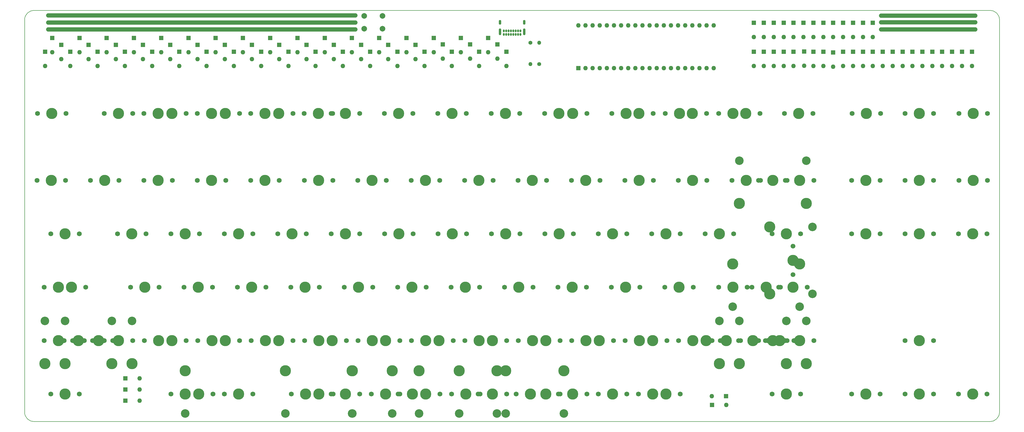
<source format=gts>
%TF.GenerationSoftware,KiCad,Pcbnew,6.99.0-unknown-e6dc28fb2e~146~ubuntu21.10.1*%
%TF.CreationDate,2022-01-16T23:48:23-05:00*%
%TF.ProjectId,Alpsterium-pcb,416c7073-7465-4726-9975-6d2d7063622e,rev?*%
%TF.SameCoordinates,Original*%
%TF.FileFunction,Soldermask,Top*%
%TF.FilePolarity,Negative*%
%FSLAX46Y46*%
G04 Gerber Fmt 4.6, Leading zero omitted, Abs format (unit mm)*
G04 Created by KiCad (PCBNEW 6.99.0-unknown-e6dc28fb2e~146~ubuntu21.10.1) date 2022-01-16 23:48:23*
%MOMM*%
%LPD*%
G01*
G04 APERTURE LIST*
%ADD10C,1.500000*%
%TA.AperFunction,Profile*%
%ADD11C,0.150000*%
%TD*%
%ADD12C,1.750000*%
%ADD13C,3.987800*%
%ADD14R,1.600000X1.600000*%
%ADD15O,1.600000X1.600000*%
%ADD16C,2.000000*%
%ADD17C,1.701800*%
%ADD18C,3.048000*%
%ADD19O,0.650000X1.000000*%
%ADD20O,0.900000X2.400000*%
%ADD21O,0.900000X1.700000*%
%ADD22C,1.400000*%
%ADD23O,1.400000X1.400000*%
G04 APERTURE END LIST*
D10*
X45596900Y-59605040D02*
X155096900Y-59605040D01*
X45596900Y-62088310D02*
X155096900Y-62088310D01*
X342596900Y-62088310D02*
X376203900Y-62088310D01*
X342596900Y-59531250D02*
X376203900Y-59531250D01*
X342596900Y-57150000D02*
X376203900Y-57150000D01*
X45596900Y-57121770D02*
X155096900Y-57121770D01*
D11*
X40451560Y-55313500D02*
G75*
G03*
X37147501Y-58623559I2999J-3307058D01*
G01*
X384810000Y-58617560D02*
G75*
G03*
X381499941Y-55313501I-3307058J-2999D01*
G01*
X381505940Y-201930000D02*
G75*
G03*
X384809999Y-198619941I-2999J3307058D01*
G01*
X384810000Y-58617560D02*
X384809999Y-198619941D01*
X37147500Y-198625940D02*
X37147501Y-58623559D01*
X381505940Y-201930000D02*
X40457559Y-201929999D01*
X40451560Y-55313500D02*
X381499941Y-55313500D01*
X37147500Y-198625940D02*
G75*
G03*
X40457559Y-201929999I3307058J2999D01*
G01*
D12*
X60634900Y-115887500D03*
D13*
X65714900Y-115887500D03*
D12*
X70794900Y-115887500D03*
X203676300Y-134937500D03*
D13*
X208756300Y-134937500D03*
D12*
X213836300Y-134937500D03*
D14*
X321967200Y-70054900D03*
D15*
X321967200Y-75134900D03*
D14*
X108530600Y-67574700D03*
D15*
X108530600Y-72654700D03*
D14*
X297229700Y-70054900D03*
D15*
X297229700Y-75134900D03*
D14*
X371442200Y-70054900D03*
D15*
X371442200Y-75134900D03*
D14*
X336102900Y-70054900D03*
D15*
X336102900Y-75134900D03*
D14*
X339636800Y-59680500D03*
D15*
X339636800Y-64760500D03*
D14*
X46981400Y-65094400D03*
D15*
X46981400Y-70174400D03*
D14*
X89094000Y-67574700D03*
D15*
X89094000Y-72654700D03*
D14*
X105291200Y-65094400D03*
D15*
X105291200Y-70174400D03*
D14*
X121488400Y-70054900D03*
D15*
X121488400Y-75134900D03*
D14*
X137685500Y-67574700D03*
D15*
X137685500Y-72654700D03*
D14*
X170079900Y-70054900D03*
D15*
X170079900Y-75134900D03*
D14*
X202474200Y-65094400D03*
D15*
X202474200Y-70174400D03*
D14*
X304297600Y-70054900D03*
D15*
X304297600Y-75134900D03*
D14*
X304297600Y-59680500D03*
D15*
X304297600Y-64760500D03*
D14*
X300763600Y-70054900D03*
D15*
X300763600Y-75134900D03*
D14*
X300763600Y-59680500D03*
D15*
X300763600Y-64760500D03*
D14*
X297229700Y-59680500D03*
D15*
X297229700Y-64760500D03*
D14*
X336102900Y-59680500D03*
D15*
X336102900Y-64760500D03*
D14*
X374976100Y-70054900D03*
D15*
X374976100Y-75134900D03*
D14*
X50220800Y-67574700D03*
D15*
X50220800Y-72654700D03*
D14*
X72896900Y-70054900D03*
D15*
X72896900Y-75134900D03*
D14*
X85854600Y-65094400D03*
D15*
X85854600Y-70174400D03*
D14*
X102051800Y-70054900D03*
D15*
X102051800Y-75134900D03*
D14*
X118248900Y-67574700D03*
D15*
X118248900Y-72654700D03*
D14*
X134446100Y-65094400D03*
D15*
X134446100Y-70174400D03*
D14*
X153882700Y-65094400D03*
D15*
X153882700Y-70174400D03*
D14*
X166840400Y-67574700D03*
D15*
X166840400Y-72654700D03*
D14*
X173319300Y-65094400D03*
D15*
X173319300Y-70174400D03*
D14*
X189516500Y-70054900D03*
D15*
X189516500Y-75134900D03*
D14*
X205713700Y-67373500D03*
D15*
X205713700Y-72453500D03*
D14*
X307831500Y-59680500D03*
D15*
X307831500Y-64760500D03*
D14*
X332569000Y-70054900D03*
D15*
X332569000Y-75134900D03*
D14*
X360840400Y-70054900D03*
D15*
X360840400Y-75134900D03*
D14*
X364374300Y-70054900D03*
D15*
X364374300Y-75134900D03*
D14*
X367908200Y-70054900D03*
D15*
X367908200Y-75134900D03*
D14*
X53460300Y-70054900D03*
D15*
X53460300Y-75134900D03*
D14*
X76136300Y-65094400D03*
D15*
X76136300Y-70174400D03*
D14*
X92333500Y-70054900D03*
D15*
X92333500Y-75134900D03*
D14*
X124727800Y-65094400D03*
D15*
X124727800Y-70174400D03*
D14*
X140925000Y-70054900D03*
D15*
X140925000Y-75134900D03*
D14*
X157122100Y-67574700D03*
D15*
X157122100Y-72654700D03*
D14*
X176558700Y-67574700D03*
D15*
X176558700Y-72654700D03*
D14*
X186277000Y-67373500D03*
D15*
X186277000Y-72453500D03*
D14*
X192755900Y-65094400D03*
D15*
X192755900Y-70174400D03*
D14*
X307831500Y-70054900D03*
D15*
X307831500Y-75134900D03*
D14*
X321967200Y-59680500D03*
D15*
X321967200Y-64760500D03*
D14*
X325501100Y-59680500D03*
D15*
X325501100Y-64760500D03*
D14*
X332569000Y-59680500D03*
D15*
X332569000Y-64760500D03*
D14*
X350238600Y-70054900D03*
D15*
X350238600Y-75134900D03*
D14*
X353772500Y-70054900D03*
D15*
X353772500Y-75134900D03*
D14*
X357306400Y-70054900D03*
D15*
X357306400Y-75134900D03*
D14*
X56699700Y-65094400D03*
D15*
X56699700Y-70174400D03*
D14*
X79375700Y-67574700D03*
D15*
X79375700Y-72654700D03*
D14*
X95572900Y-65094400D03*
D15*
X95572900Y-70174400D03*
D14*
X111770100Y-70054900D03*
D15*
X111770100Y-75134900D03*
D14*
X127967200Y-67574700D03*
D15*
X127967200Y-72654700D03*
D14*
X144164400Y-65094400D03*
D15*
X144164400Y-70174400D03*
D14*
X160361600Y-70054900D03*
D15*
X160361600Y-75134900D03*
D14*
X179798200Y-70054900D03*
D15*
X179798200Y-75134900D03*
D14*
X195995300Y-67373500D03*
D15*
X195995300Y-72453500D03*
D14*
X208953100Y-70054900D03*
D15*
X208953100Y-75134900D03*
D14*
X311365400Y-59680500D03*
D15*
X311365400Y-64760500D03*
D14*
X318433300Y-70054900D03*
D15*
X318433300Y-75134900D03*
D14*
X329035000Y-70054900D03*
D15*
X329035000Y-75134900D03*
D14*
X59939100Y-67574700D03*
D15*
X59939100Y-72654700D03*
D14*
X82615200Y-70054900D03*
D15*
X82615200Y-75134900D03*
D14*
X98812300Y-67574700D03*
D15*
X98812300Y-72654700D03*
D14*
X115009500Y-65094400D03*
D15*
X115009500Y-70174400D03*
D14*
X131206700Y-70054900D03*
D15*
X131206700Y-75134900D03*
D14*
X147403800Y-67574700D03*
D15*
X147403800Y-72654700D03*
D14*
X163601000Y-65094400D03*
D15*
X163601000Y-70174400D03*
D14*
X183037600Y-65094400D03*
D15*
X183037600Y-70174400D03*
D14*
X199234800Y-70054900D03*
D15*
X199234800Y-75134900D03*
D14*
X311365400Y-70054900D03*
D15*
X311365400Y-75134900D03*
D14*
X318433300Y-59680500D03*
D15*
X318433300Y-64760500D03*
D14*
X329035000Y-59680500D03*
D15*
X329035000Y-64760500D03*
D14*
X346704700Y-70054900D03*
D15*
X346704700Y-75134900D03*
D14*
X63178600Y-70054900D03*
D15*
X63178600Y-75134900D03*
D14*
X66418000Y-65094400D03*
D15*
X66418000Y-70174400D03*
D14*
X69657400Y-67574700D03*
D15*
X69657400Y-72654700D03*
D14*
X150643300Y-70054900D03*
D15*
X150643300Y-75134900D03*
D14*
X314899300Y-59680500D03*
D15*
X314899300Y-64760500D03*
D14*
X339636800Y-70054900D03*
D15*
X339636800Y-75134900D03*
D14*
X343170700Y-70054900D03*
D15*
X343170700Y-75134900D03*
D16*
X158284600Y-57289700D03*
X164784600Y-57289700D03*
X158284600Y-61789700D03*
X164784600Y-61789700D03*
D12*
X41751300Y-92075000D03*
D13*
X46831300Y-92075000D03*
D12*
X51911300Y-92075000D03*
X79715400Y-92075000D03*
D13*
X84795400Y-92075000D03*
D12*
X89875400Y-92075000D03*
X98755200Y-92075000D03*
D13*
X103835200Y-92075000D03*
D12*
X108915200Y-92075000D03*
X117795000Y-92075000D03*
D13*
X122875000Y-92075000D03*
D12*
X127955000Y-92075000D03*
X136840000Y-92075000D03*
D13*
X141920000Y-92075000D03*
D12*
X147000000Y-92075000D03*
X165430200Y-92075000D03*
D13*
X170510200Y-92075000D03*
D12*
X175590200Y-92075000D03*
X184480200Y-92075000D03*
D13*
X189560200Y-92075000D03*
D12*
X194640200Y-92075000D03*
X203520000Y-92075000D03*
D13*
X208600000Y-92075000D03*
D12*
X213680000Y-92075000D03*
X222559900Y-92075000D03*
D13*
X227639900Y-92075000D03*
D12*
X232719900Y-92075000D03*
X251150100Y-92075000D03*
D13*
X256230100Y-92075000D03*
D12*
X261310100Y-92075000D03*
X270190000Y-92075000D03*
D13*
X275270000Y-92075000D03*
D12*
X280350000Y-92075000D03*
X289234900Y-92075000D03*
D13*
X294314900Y-92075000D03*
D12*
X299394900Y-92075000D03*
X308075000Y-92075000D03*
D13*
X313155000Y-92075000D03*
D12*
X318235000Y-92075000D03*
X332263800Y-92075000D03*
D13*
X337343800Y-92075000D03*
D12*
X342423800Y-92075000D03*
X351155000Y-92075000D03*
D13*
X356235000Y-92075000D03*
D12*
X361315000Y-92075000D03*
X370363800Y-92075000D03*
D13*
X375443800Y-92075000D03*
D12*
X380523800Y-92075000D03*
X41584900Y-115887500D03*
D13*
X46664900Y-115887500D03*
D12*
X51744900Y-115887500D03*
X79684900Y-115887500D03*
D13*
X84764900Y-115887500D03*
D12*
X89844900Y-115887500D03*
X98740000Y-115887500D03*
D13*
X103820000Y-115887500D03*
D12*
X108900000Y-115887500D03*
X117815400Y-115887500D03*
D13*
X122895400Y-115887500D03*
D12*
X127975400Y-115887500D03*
X136885700Y-115887500D03*
D13*
X141965700Y-115887500D03*
D12*
X147045700Y-115887500D03*
X155961100Y-115887500D03*
D13*
X161041100Y-115887500D03*
D12*
X166121100Y-115887500D03*
X175036500Y-115887500D03*
D13*
X180116500Y-115887500D03*
D12*
X185196500Y-115887500D03*
X194076300Y-115887500D03*
D13*
X199156300Y-115887500D03*
D12*
X204236300Y-115887500D03*
X213116200Y-115887500D03*
D13*
X218196200Y-115887500D03*
D12*
X223276200Y-115887500D03*
X232181400Y-115887500D03*
D13*
X237261400Y-115887500D03*
D12*
X242341400Y-115887500D03*
X251206000Y-115887500D03*
D13*
X256286000Y-115887500D03*
D12*
X261366000Y-115887500D03*
X270261100Y-115887500D03*
D13*
X275341100Y-115887500D03*
D12*
X280421100Y-115887500D03*
X289401300Y-115887500D03*
D13*
X294481300Y-115887500D03*
D12*
X299561300Y-115887500D03*
X332084700Y-115887500D03*
D13*
X337164700Y-115887500D03*
D12*
X342244700Y-115887500D03*
X351149900Y-115887500D03*
D13*
X356229900Y-115887500D03*
D12*
X361309900Y-115887500D03*
X370363800Y-115887500D03*
D13*
X375443800Y-115887500D03*
D12*
X380523800Y-115887500D03*
X46513800Y-134937500D03*
D13*
X51593800Y-134937500D03*
D12*
X56673800Y-134937500D03*
X70326300Y-134937500D03*
D13*
X75406300Y-134937500D03*
D12*
X80486300Y-134937500D03*
X89376300Y-134937500D03*
D13*
X94456300Y-134937500D03*
D12*
X99536300Y-134937500D03*
X108426300Y-134937500D03*
D13*
X113506300Y-134937500D03*
D12*
X118586300Y-134937500D03*
X127476300Y-134937500D03*
D13*
X132556300Y-134937500D03*
D12*
X137636300Y-134937500D03*
X146526300Y-134937500D03*
D13*
X151606300Y-134937500D03*
D12*
X156686300Y-134937500D03*
X165576300Y-134937500D03*
D13*
X170656300Y-134937500D03*
D12*
X175736300Y-134937500D03*
X184626300Y-134937500D03*
D13*
X189706300Y-134937500D03*
D12*
X194786300Y-134937500D03*
X222726300Y-134937500D03*
D13*
X227806300Y-134937500D03*
D12*
X232886300Y-134937500D03*
X241776300Y-134937500D03*
D13*
X246856300Y-134937500D03*
D12*
X251936300Y-134937500D03*
X260826300Y-134937500D03*
D13*
X265906300Y-134937500D03*
D12*
X270986300Y-134937500D03*
X279876300Y-134937500D03*
D13*
X284956300Y-134937500D03*
D12*
X290036300Y-134937500D03*
D13*
X302895000Y-132524500D03*
X302895000Y-156400500D03*
D17*
X311150000Y-139382500D03*
D13*
X311150000Y-144462500D03*
D17*
X311150000Y-149542500D03*
D18*
X318135000Y-132524500D03*
X318135000Y-156400500D03*
D12*
X332094800Y-134937500D03*
D13*
X337174800Y-134937500D03*
D12*
X342254800Y-134937500D03*
X351149900Y-134937500D03*
D13*
X356229900Y-134937500D03*
D12*
X361309900Y-134937500D03*
X370215200Y-134937500D03*
D13*
X375295200Y-134937500D03*
D12*
X380375200Y-134937500D03*
X48742600Y-153987500D03*
D13*
X53822600Y-153987500D03*
D12*
X58902600Y-153987500D03*
X74935100Y-153987500D03*
D13*
X80015100Y-153987500D03*
D12*
X85095100Y-153987500D03*
X93969800Y-153987500D03*
D13*
X99049800Y-153987500D03*
D12*
X104129800Y-153987500D03*
X113040200Y-153987500D03*
D13*
X118120200Y-153987500D03*
D12*
X123200200Y-153987500D03*
X132085100Y-153987500D03*
D13*
X137165100Y-153987500D03*
D12*
X142245100Y-153987500D03*
X151140200Y-153987500D03*
D13*
X156220200Y-153987500D03*
D12*
X161300200Y-153987500D03*
X170174900Y-153987500D03*
D13*
X175254900Y-153987500D03*
D12*
X180334900Y-153987500D03*
X189219800Y-153987500D03*
D13*
X194299800Y-153987500D03*
D12*
X199379800Y-153987500D03*
X208280000Y-153987500D03*
D13*
X213360000Y-153987500D03*
D12*
X218440000Y-153987500D03*
X227330000Y-153987500D03*
D13*
X232410000Y-153987500D03*
D12*
X237490000Y-153987500D03*
X246380000Y-153987500D03*
D13*
X251460000Y-153987500D03*
D12*
X256540000Y-153987500D03*
X265455400Y-153987500D03*
D13*
X270535400Y-153987500D03*
D12*
X275615400Y-153987500D03*
X284638800Y-153987500D03*
D13*
X289718800Y-153987500D03*
D12*
X294798800Y-153987500D03*
D18*
X44418300Y-166052500D03*
D13*
X44418300Y-181292500D03*
D12*
X51276300Y-173037500D03*
D13*
X56356300Y-173037500D03*
D12*
X61436300Y-173037500D03*
D18*
X68294300Y-166052500D03*
D13*
X68294300Y-181292500D03*
D12*
X79851300Y-173037500D03*
D13*
X84931300Y-173037500D03*
D12*
X90011300Y-173037500D03*
X98901300Y-173037500D03*
D13*
X103981300Y-173037500D03*
D12*
X109061300Y-173037500D03*
X117951300Y-173037500D03*
D13*
X123031300Y-173037500D03*
D12*
X128111300Y-173037500D03*
X137001300Y-173037500D03*
D13*
X142081300Y-173037500D03*
D12*
X147161300Y-173037500D03*
X156051300Y-173037500D03*
D13*
X161131300Y-173037500D03*
D12*
X166211300Y-173037500D03*
X175101300Y-173037500D03*
D13*
X180181300Y-173037500D03*
D12*
X185261300Y-173037500D03*
X194151300Y-173037500D03*
D13*
X199231300Y-173037500D03*
D12*
X204311300Y-173037500D03*
X213201300Y-173037500D03*
D13*
X218281300Y-173037500D03*
D12*
X223361300Y-173037500D03*
X232251300Y-173037500D03*
D13*
X237331300Y-173037500D03*
D12*
X242411300Y-173037500D03*
X251301300Y-173037500D03*
D13*
X256381300Y-173037500D03*
D12*
X261461300Y-173037500D03*
X351155000Y-173037500D03*
D13*
X356235000Y-173037500D03*
D12*
X361315000Y-173037500D03*
X46513800Y-192087500D03*
D13*
X51593800Y-192087500D03*
D12*
X56673800Y-192087500D03*
X132238800Y-192087500D03*
D13*
X137318800Y-192087500D03*
D12*
X142398800Y-192087500D03*
X89376300Y-192087500D03*
D13*
X94456300Y-192087500D03*
D12*
X99536300Y-192087500D03*
X108426300Y-192087500D03*
D13*
X113506300Y-192087500D03*
D12*
X118586300Y-192087500D03*
X217963800Y-192087500D03*
D13*
X223043800Y-192087500D03*
D12*
X228123800Y-192087500D03*
X189388800Y-192087500D03*
D13*
X194468800Y-192087500D03*
D12*
X199548800Y-192087500D03*
X260826300Y-192087500D03*
D13*
X265906300Y-192087500D03*
D12*
X270986300Y-192087500D03*
X303688800Y-192087500D03*
D13*
X308768800Y-192087500D03*
D12*
X313848800Y-192087500D03*
X332110100Y-192087500D03*
D13*
X337190100Y-192087500D03*
D12*
X342270100Y-192087500D03*
X351149900Y-192087500D03*
D13*
X356229900Y-192087500D03*
D12*
X361309900Y-192087500D03*
X370205000Y-192087500D03*
D13*
X375285000Y-192087500D03*
D12*
X380365000Y-192087500D03*
D19*
X213991300Y-63897700D03*
X213141300Y-63897700D03*
X212291300Y-63897700D03*
X211441300Y-63897700D03*
X210591300Y-63897700D03*
X209741300Y-63897700D03*
X208891300Y-63897700D03*
X208041300Y-63897700D03*
X208036300Y-62572700D03*
X208886300Y-62572700D03*
X209736300Y-62572700D03*
X210586300Y-62572700D03*
X211436300Y-62572700D03*
X212286300Y-62572700D03*
X213136300Y-62572700D03*
X213991300Y-62572700D03*
D20*
X215341300Y-62917700D03*
D21*
X215341300Y-59537700D03*
D20*
X206691300Y-62917700D03*
D21*
X206691300Y-59537700D03*
D18*
X292068300Y-166052500D03*
D13*
X292068300Y-181292500D03*
D12*
X298926300Y-173037500D03*
D13*
X304006300Y-173037500D03*
D12*
X309086300Y-173037500D03*
D18*
X315944300Y-166052500D03*
D13*
X315944300Y-181292500D03*
X94456300Y-183832500D03*
D18*
X94456300Y-199072500D03*
D12*
X146526300Y-192087500D03*
D13*
X151606300Y-192087500D03*
D12*
X156686300Y-192087500D03*
D13*
X208756300Y-183832500D03*
D18*
X208756300Y-199072500D03*
D22*
X217487500Y-66833700D03*
D23*
X217487500Y-74453700D03*
D13*
X75438000Y-181292500D03*
D18*
X75438000Y-166052500D03*
D12*
X68580000Y-173037500D03*
D13*
X63500000Y-173037500D03*
D12*
X58420000Y-173037500D03*
D13*
X51562000Y-181292500D03*
D18*
X51562000Y-166052500D03*
D12*
X113823800Y-173037500D03*
D13*
X108743800Y-173037500D03*
D12*
X103663800Y-173037500D03*
D14*
X234637500Y-75887500D03*
D15*
X237177500Y-75887500D03*
X239717500Y-75887500D03*
X242257500Y-75887500D03*
X244797500Y-75887500D03*
X247337500Y-75887500D03*
X249877500Y-75887500D03*
X252417500Y-75887500D03*
X254957500Y-75887500D03*
X257497500Y-75887500D03*
X260037500Y-75887500D03*
X262577500Y-75887500D03*
X265117500Y-75887500D03*
X267657500Y-75887500D03*
X270197500Y-75887500D03*
X272737500Y-75887500D03*
X275277500Y-75887500D03*
X277817500Y-75887500D03*
X280357500Y-75887500D03*
X282897500Y-75887500D03*
X282897500Y-60647500D03*
X280357500Y-60647500D03*
X277817500Y-60647500D03*
X275277500Y-60647500D03*
X272737500Y-60647500D03*
X270197500Y-60647500D03*
X267657500Y-60647500D03*
X265117500Y-60647500D03*
X262577500Y-60647500D03*
X260037500Y-60647500D03*
X257497500Y-60647500D03*
X254957500Y-60647500D03*
X252417500Y-60647500D03*
X249877500Y-60647500D03*
X247337500Y-60647500D03*
X244797500Y-60647500D03*
X242257500Y-60647500D03*
X239717500Y-60647500D03*
X237177500Y-60647500D03*
X234637500Y-60647500D03*
D12*
X308451300Y-173037500D03*
D13*
X313531300Y-173037500D03*
D12*
X318611300Y-173037500D03*
X94773800Y-173037500D03*
D13*
X89693800Y-173037500D03*
D12*
X84613800Y-173037500D03*
X170338800Y-192087500D03*
D13*
X175418800Y-192087500D03*
D12*
X180498800Y-192087500D03*
X65563800Y-173037500D03*
D13*
X70643800Y-173037500D03*
D12*
X75723800Y-173037500D03*
X285273800Y-173037500D03*
D13*
X280193800Y-173037500D03*
D12*
X275113800Y-173037500D03*
X198913800Y-192087500D03*
D13*
X203993800Y-192087500D03*
D12*
X209073800Y-192087500D03*
X65563800Y-92075000D03*
D13*
X70643800Y-92075000D03*
D12*
X75723800Y-92075000D03*
X311467500Y-173037500D03*
D13*
X306387500Y-173037500D03*
D12*
X301307500Y-173037500D03*
X113823800Y-92075000D03*
D13*
X108743800Y-92075000D03*
D12*
X103663800Y-92075000D03*
D14*
X287273800Y-192881200D03*
D15*
X282193800Y-192881200D03*
D14*
X282257500Y-196056200D03*
D15*
X287337500Y-196056200D03*
D12*
X151923800Y-173037500D03*
D13*
X146843800Y-173037500D03*
D12*
X141763800Y-173037500D03*
D14*
X73088800Y-190500000D03*
D15*
X78168800Y-190500000D03*
D12*
X241776300Y-192087500D03*
D13*
X246856300Y-192087500D03*
D12*
X251936300Y-192087500D03*
X294798800Y-92075000D03*
D13*
X289718800Y-92075000D03*
D12*
X284638800Y-92075000D03*
D18*
X292068300Y-108902500D03*
D13*
X292068300Y-124142500D03*
D12*
X298926300Y-115887500D03*
D13*
X304006300Y-115887500D03*
D12*
X309086300Y-115887500D03*
D18*
X315944300Y-108902500D03*
D13*
X315944300Y-124142500D03*
D12*
X54292500Y-153987500D03*
D13*
X49212500Y-153987500D03*
D12*
X44132500Y-153987500D03*
X266223800Y-173037500D03*
D13*
X261143800Y-173037500D03*
D12*
X256063800Y-173037500D03*
X313848800Y-134937500D03*
D13*
X308768800Y-134937500D03*
D12*
X303688800Y-134937500D03*
X282257500Y-173037500D03*
D13*
X287337500Y-173037500D03*
D12*
X292417500Y-173037500D03*
X209073800Y-173037500D03*
D13*
X203993800Y-173037500D03*
D12*
X198913800Y-173037500D03*
D14*
X73088800Y-186531200D03*
D15*
X78168800Y-186531200D03*
D12*
X160813800Y-192087500D03*
D13*
X165893800Y-192087500D03*
D12*
X170973800Y-192087500D03*
D18*
X229425500Y-199072500D03*
D13*
X229425500Y-183832500D03*
D12*
X222567500Y-192087500D03*
D13*
X217487500Y-192087500D03*
D12*
X212407500Y-192087500D03*
D18*
X205549500Y-199072500D03*
D13*
X205549500Y-183832500D03*
X289687000Y-145732500D03*
D18*
X289687000Y-160972500D03*
D12*
X296545000Y-153987500D03*
D13*
X301625000Y-153987500D03*
D12*
X306705000Y-153987500D03*
D13*
X313563000Y-145732500D03*
D18*
X313563000Y-160972500D03*
D12*
X228123800Y-173037500D03*
D13*
X223043800Y-173037500D03*
D12*
X217963800Y-173037500D03*
X54292500Y-173037500D03*
D13*
X49212500Y-173037500D03*
D12*
X44132500Y-173037500D03*
X275748800Y-92075000D03*
D13*
X270668800Y-92075000D03*
D12*
X265588800Y-92075000D03*
X308451300Y-115887500D03*
D13*
X313531300Y-115887500D03*
D12*
X318611300Y-115887500D03*
X146526300Y-92075000D03*
D13*
X151606300Y-92075000D03*
D12*
X156686300Y-92075000D03*
D18*
X154019300Y-199072500D03*
D13*
X154019300Y-183832500D03*
D12*
X147161300Y-192087500D03*
D13*
X142081300Y-192087500D03*
D12*
X137001300Y-192087500D03*
D18*
X130143300Y-199072500D03*
D13*
X130143300Y-183832500D03*
D14*
X325437500Y-70326200D03*
D15*
X325437500Y-75406200D03*
D12*
X237648800Y-92075000D03*
D13*
X232568800Y-92075000D03*
D12*
X227488800Y-92075000D03*
X247173800Y-173037500D03*
D13*
X242093800Y-173037500D03*
D12*
X237013800Y-173037500D03*
D14*
X44450000Y-70054900D03*
D15*
X44450000Y-75134900D03*
D22*
X220662500Y-74453700D03*
D23*
X220662500Y-66833700D03*
D18*
X192119300Y-199072500D03*
D13*
X192119300Y-183832500D03*
D12*
X185261300Y-192087500D03*
D13*
X180181300Y-192087500D03*
D12*
X175101300Y-192087500D03*
D18*
X168243300Y-199072500D03*
D13*
X168243300Y-183832500D03*
D12*
X227488800Y-192087500D03*
D13*
X232568800Y-192087500D03*
D12*
X237648800Y-192087500D03*
X316230000Y-153987500D03*
D13*
X311150000Y-153987500D03*
D12*
X306070000Y-153987500D03*
X104298800Y-192087500D03*
D13*
X99218800Y-192087500D03*
D12*
X94138800Y-192087500D03*
X256698800Y-92075000D03*
D13*
X251618800Y-92075000D03*
D12*
X246538800Y-92075000D03*
X170973800Y-173037500D03*
D13*
X165893800Y-173037500D03*
D12*
X160813800Y-173037500D03*
D13*
X308800500Y-181292500D03*
D18*
X308800500Y-166052500D03*
D12*
X301942500Y-173037500D03*
D13*
X296862500Y-173037500D03*
D12*
X291782500Y-173037500D03*
D13*
X284924500Y-181292500D03*
D18*
X284924500Y-166052500D03*
D12*
X190023800Y-173037500D03*
D13*
X184943800Y-173037500D03*
D12*
X179863800Y-173037500D03*
X132873800Y-173037500D03*
D13*
X127793800Y-173037500D03*
D12*
X122713800Y-173037500D03*
D14*
X73088800Y-194468700D03*
D15*
X78168800Y-194468700D03*
D13*
X153955800Y-183832500D03*
D18*
X153955800Y-199072500D03*
D12*
X160813800Y-192087500D03*
D13*
X165893800Y-192087500D03*
D12*
X170973800Y-192087500D03*
D13*
X177831800Y-183832500D03*
D18*
X177831800Y-199072500D03*
D12*
X94773800Y-92075000D03*
D13*
X89693800Y-92075000D03*
D12*
X84613800Y-92075000D03*
D14*
X315118800Y-69913700D03*
D15*
X315118800Y-74993700D03*
D12*
X266223800Y-192087500D03*
D13*
X261143800Y-192087500D03*
D12*
X256063800Y-192087500D03*
X132873800Y-92075000D03*
D13*
X127793800Y-92075000D03*
D12*
X122713800Y-92075000D03*
X270351300Y-173037500D03*
D13*
X275431300Y-173037500D03*
D12*
X280511300Y-173037500D03*
M02*

</source>
